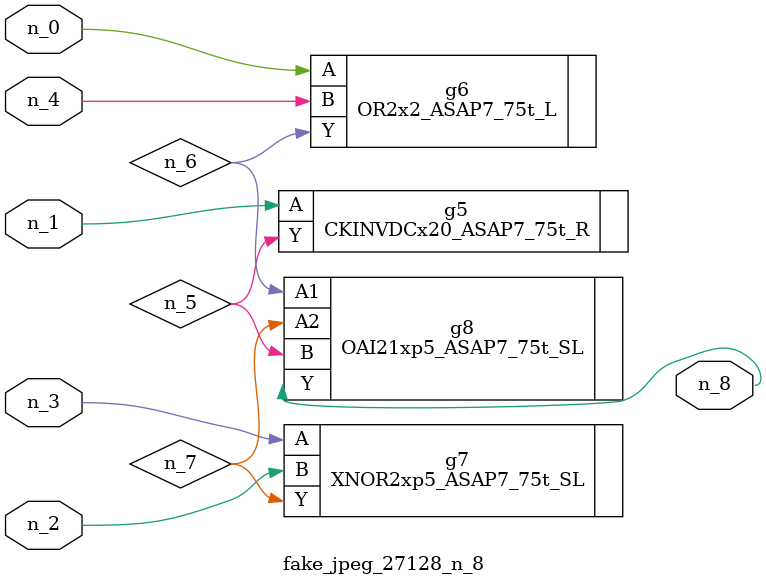
<source format=v>
module fake_jpeg_27128_n_8 (n_3, n_2, n_1, n_0, n_4, n_8);

input n_3;
input n_2;
input n_1;
input n_0;
input n_4;

output n_8;

wire n_6;
wire n_5;
wire n_7;

CKINVDCx20_ASAP7_75t_R g5 ( 
.A(n_1),
.Y(n_5)
);

OR2x2_ASAP7_75t_L g6 ( 
.A(n_0),
.B(n_4),
.Y(n_6)
);

XNOR2xp5_ASAP7_75t_SL g7 ( 
.A(n_3),
.B(n_2),
.Y(n_7)
);

OAI21xp5_ASAP7_75t_SL g8 ( 
.A1(n_6),
.A2(n_7),
.B(n_5),
.Y(n_8)
);


endmodule
</source>
